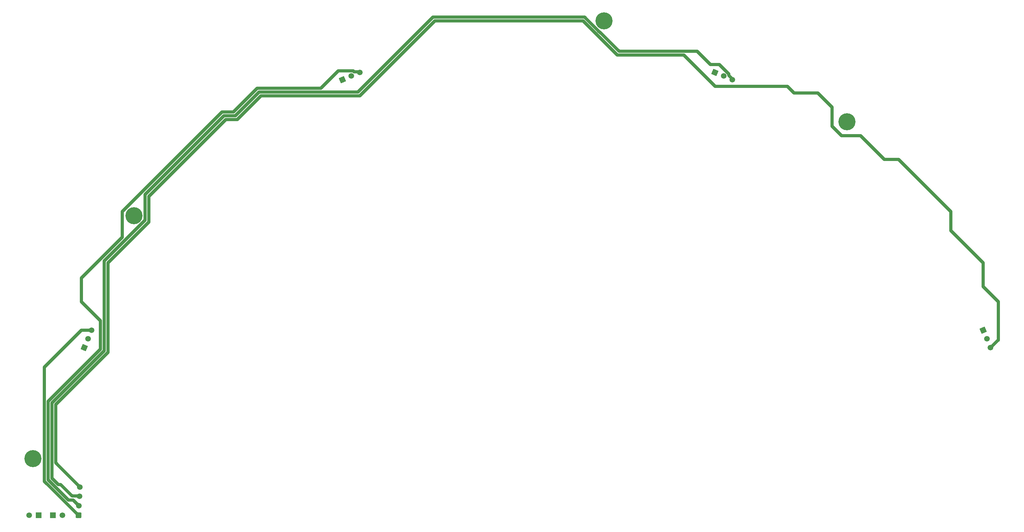
<source format=gtl>
G04*
G04 #@! TF.GenerationSoftware,Altium Limited,Altium Designer,20.1.14 (287)*
G04*
G04 Layer_Physical_Order=1*
G04 Layer_Color=255*
%FSLAX25Y25*%
%MOIN*%
G70*
G04*
G04 #@! TF.SameCoordinates,07329562-CAC5-4820-BFAE-55A5BC9BA929*
G04*
G04*
G04 #@! TF.FilePolarity,Positive*
G04*
G01*
G75*
%ADD12C,0.03200*%
%ADD13R,0.05906X0.05906*%
%ADD14C,0.05906*%
%ADD15C,0.18000*%
%ADD16P,0.08352X4X112.5*%
%ADD17P,0.08352X4X67.5*%
%ADD18P,0.08352X4X382.5*%
%ADD19P,0.08352X4X337.5*%
%ADD20P,0.08352X4X132.0*%
D12*
X-481843Y65353D02*
X-456477Y39986D01*
X-481843Y65353D02*
Y126843D01*
X-427000Y181686D01*
Y276000D01*
X-384000Y319000D01*
Y346000D02*
X-303000Y427000D01*
X-384000Y319000D02*
Y346000D01*
X-291000Y427000D02*
X-266000Y452000D01*
X-303000Y427000D02*
X-291000D01*
X-307000Y435000D02*
X-295000D01*
X-268000Y456000D02*
X-164000D01*
X-293000Y431000D02*
X-268000Y456000D01*
X-305000Y431000D02*
X-293000D01*
X-295000Y435000D02*
X-270000Y460000D01*
X-203000D01*
X-388000Y348000D02*
X-305000Y431000D01*
X-164000Y456000D02*
X-85000Y535000D01*
X-203000Y460000D02*
X-184647Y478353D01*
X-412000Y330000D02*
X-307000Y435000D01*
X-412000Y303000D02*
Y330000D01*
X-266000Y452000D02*
X-162000D01*
X-486000Y49294D02*
X-479353Y42647D01*
X-457518Y30518D02*
X-457000Y30000D01*
X-464650Y30518D02*
X-457518D01*
X-476779Y42647D02*
X-464650Y30518D01*
X-479353Y42647D02*
X-476779D01*
X-486000Y49294D02*
Y128343D01*
X-431000Y183343D01*
X-435000Y185000D02*
Y215000D01*
X-490000Y47638D02*
Y130000D01*
X-435000Y185000D01*
X-431000Y278000D02*
X-388000Y321000D01*
X-431000Y183343D02*
Y278000D01*
X-455000Y235000D02*
X-435000Y215000D01*
X-388000Y321000D02*
Y348000D01*
X-455000Y260000D02*
X-412000Y303000D01*
X90382Y519618D02*
X111000Y499000D01*
X90039Y519618D02*
X90382D01*
X74657Y535000D02*
X90039Y519618D01*
X-85000Y535000D02*
X74657D01*
X-162000Y452000D02*
X-83000Y531000D01*
X73000D01*
X109000Y495000D01*
X179000D01*
X193000Y499000D02*
X207000Y485000D01*
X111000Y499000D02*
X193000D01*
X207000Y485000D02*
X216570D01*
X226353Y475217D01*
Y473791D02*
Y475217D01*
Y473791D02*
X230239Y469905D01*
Y469173D02*
Y469905D01*
X-463586Y26076D02*
X-457523Y20014D01*
X-468439Y26076D02*
X-463586D01*
X-490000Y47638D02*
X-468439Y26076D01*
X-494000Y45981D02*
X-458047Y10027D01*
X-494000Y45981D02*
Y166000D01*
X-454761Y205239D02*
X-444173D01*
X-494000Y166000D02*
X-454761Y205239D01*
X-455000Y235000D02*
Y260000D01*
X-162279Y477345D02*
X-161761Y476827D01*
X-167775Y477345D02*
X-162279D01*
X-168783Y478353D02*
X-167775Y477345D01*
X-184647Y478353D02*
X-168783D01*
X179000Y495000D02*
X212000Y462000D01*
X288000D02*
X295000Y455000D01*
X212000Y462000D02*
X288000D01*
X320000Y455000D02*
X335000Y440000D01*
X295000Y455000D02*
X320000D01*
X335000Y420000D02*
Y440000D01*
X345000Y410000D02*
X365000D01*
X335000Y420000D02*
X345000Y410000D01*
X365000D02*
X390000Y385000D01*
X405000D02*
X460000Y330000D01*
X390000Y385000D02*
X405000D01*
X460000Y310000D02*
Y330000D01*
Y310000D02*
X494000Y276000D01*
Y251000D02*
Y276000D01*
Y251000D02*
X510000Y235000D01*
Y194934D02*
Y235000D01*
X501827Y186761D02*
X510000Y194934D01*
D13*
X-485000Y10000D02*
D03*
X-500000D02*
D03*
D14*
X-475000D02*
D03*
X-510000D02*
D03*
X-448000Y196000D02*
D03*
X-444173Y205239D02*
D03*
X-171000Y473000D02*
D03*
X-161761Y476827D02*
D03*
X221000Y473000D02*
D03*
X230239Y469173D02*
D03*
X498000Y196000D02*
D03*
X501827Y186761D02*
D03*
X-456477Y39986D02*
D03*
X-457000Y30000D02*
D03*
X-457523Y20014D02*
D03*
D15*
X350885Y424725D02*
D03*
X94943Y531018D02*
D03*
X-399650Y325866D02*
D03*
X-505913Y69734D02*
D03*
D16*
X-451827Y186761D02*
D03*
D17*
X-180239Y469173D02*
D03*
D18*
X211761Y476827D02*
D03*
D19*
X494173Y205239D02*
D03*
D20*
X-458047Y10027D02*
D03*
M02*

</source>
